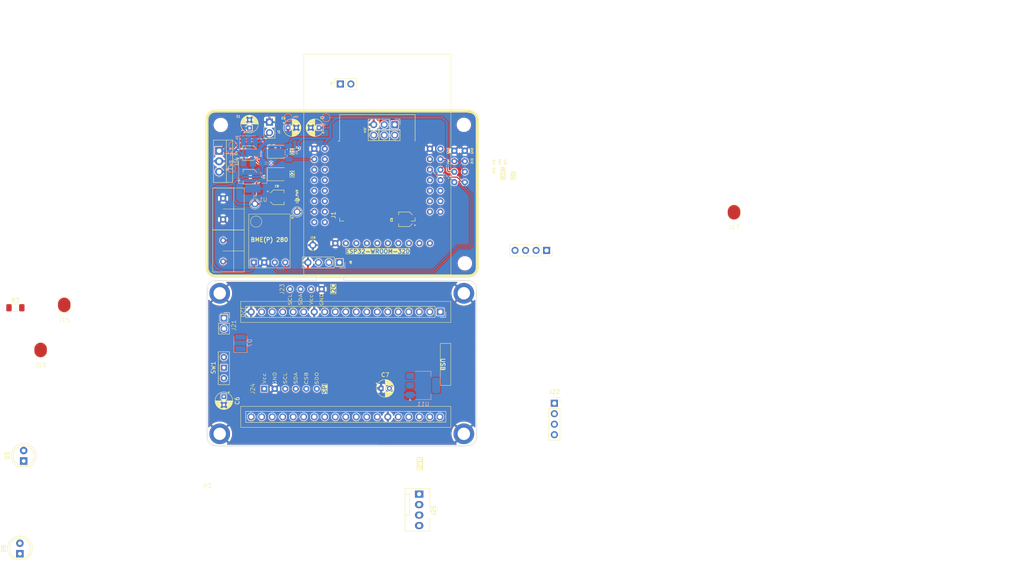
<source format=kicad_pcb>
(kicad_pcb (version 20240108) (generator "pcbnew") (generator_version "8.0")
  (layers (0 "F.Cu" signal) (31 "B.Cu" signal) (34 "B.Paste" user) (35 "F.Paste" user) (36 "B.SilkS" user "B.Silkscreen") (37 "F.SilkS" user "F.Silkscreen") (38 "B.Mask" user) (39 "F.Mask" user) (44 "Edge.Cuts" user))
  (net 0 "")
  (net 1 "GND")
  (net 2 "+3V3")
  (net 3 "+5V")
  (net 4 "/RXD")
  (net 5 "/TXD")
  (net 6 "/SDA")
  (net 7 "/GPIO_33")
  (net 8 "/SCL")
  (net 9 "/OUT3")
  (net 10 "/EN")
  (net 11 "/SOURCE2")
  (net 12 "/SOURCE1")
  (net 13 "/SOURCE3")
  (net 14 "/VDC")
  (net 15 "/DAC1")
  (net 16 "/DAC2")
  (net 17 "/GPIO39")
  (net 18 "/GPIO19")
  (net 19 "/GPIO17")
  (net 20 "/GPIO5")
  (net 21 "/GPIO18")
  (net 22 "/SD_DATA0")
  (net 23 "/ADC2_CH3")
  (net 24 "/SD_DATA3")
  (net 25 "/SD_CMD")
  (net 26 "/SD_CLK")
  (net 27 "/SD_DATA2")
  (net 28 "/SD_DATA1")
  (net 29 "/ADC2_CH0")
  (net 30 "/GPIO23")
  (net 31 "/GPIO36")
  (net 32 "/ADC2_CH2")
  (net 33 "/BOOT")
  (net 34 "/GPIO13")
  (net 35 "/SOURCE4")
  (net 36 "/SOURCE5")
  (net 37 "/SIPO_DATA")
  (net 38 "/SIPO_CLK")
  (net 39 "/SIPO_LATCH")
  (net 40 "/GPIO14")
  (net 41 "/OUT1")
  (net 42 "/VIN")
  (net 43 "Net-(D5-Pad1)")
  (net 44 "Net-(J15-Pin_1)")
  (net 45 "Net-(J19-Pin_1)")
  (net 46 "/OUT2")
  (net 58 "/ESP32-WROOM-32U Node/VIN")
  (net 63 "/ESP32-WROOM-32U Node/VDC")
  (net 74 "/ESP32-WROOM-32U Node/SPI-SDO")
  (net 75 "/ESP32-WROOM-32U Node/TX")
  (net 76 "Net-(J21-Pin_1)")
  (net 77 "/ESP32-WROOM-32U Node/SDA-2")
  (net 78 "/ESP32-WROOM-32U Node/SPI-CSB")
  (net 79 "/ESP32-WROOM-32U Node/SPI-SCL")
  (net 80 "/ESP32-WROOM-32U Node/SCL-2")
  (net 81 "/ESP32-WROOM-32U Node/RX")
  (net 82 "Net-(D7-A)")
  (net 83 "/ESP32-WROOM-32U Node/SPI-SDA")
  (net 85 "/ESP32-WROOM-32U Node/12V")
  (footprint "Capacitor_THT:CP_Radial_D4.0mm_P2.00mm" (layer "F.Cu") (at 107 44.2 180)
    (property "Reference" "C2")
    (property "Value" "1uF")
  )
  (footprint "LED_SMD:LED_1210_3225Metric_Pad1.42x2.65mm_HandSolder" (layer "F.Cu") (at 97 55.45)
    (property "Reference" "D2")
    (property "Value" "STATUS")
  )
  (footprint "Alexander Footprint Library:Board_65-40" (layer "F.Cu") (at 80 131.25)
    (property "Reference" "H3")
    (property "Value" "Project_Box_Board_65x40")
    (fp_line (start 0 -13) (end 0 -47) (stroke (width 0.05)) (layer "Edge.Cuts"))
    (fp_line (start 3 -50) (end 62 -50) (stroke (width 0.05)) (layer "Edge.Cuts"))
    (fp_line (start 62 -10) (end 3 -10) (stroke (width 0.05)) (layer "Edge.Cuts"))
    (fp_line (start 65 -47) (end 65 -13) (stroke (width 0.05)) (layer "Edge.Cuts"))
    (fp_arc (start 0 -47) (mid 0.87868 -49.12132) (end 3 -50) (stroke (width 0.05)) (layer "Edge.Cuts"))
    (fp_arc (start 3 -10) (mid 0.87868 -10.87868) (end 0 -13) (stroke (width 0.05)) (layer "Edge.Cuts"))
    (fp_arc (start 62 -50) (mid 64.12132 -49.12132) (end 65 -47) (stroke (width 0.05)) (layer "Edge.Cuts"))
    (fp_arc (start 65 -13) (mid 64.12132 -10.87868) (end 62 -10) (stroke (width 0.05)) (layer "Edge.Cuts"))
  )
  (footprint "Capacitor_SMD:CP_Elec_3x5.3" (layer "F.Cu") (at 90.3 50.35 180)
    (property "Reference" "C4")
    (property "Value" "0.1uF")
  )
  (footprint "Resistor_SMD:R_1206_3216Metric_Pad1.30x1.75mm_HandSolder" (layer "F.Cu") (at 33.612 87.7585)
    (property "Reference" "R7")
    (property "Value" "4K7")
  )
  (footprint "LED_THT:LED_D5.0mm" (layer "F.Cu") (at 34.7 147.25 90)
    (property "Reference" "D6")
    (property "Value" "LED_STATUS")
  )
  (footprint "Connector_PinSocket_2.54mm:PinSocket_1x04_P2.54mm_Vertical" (layer "F.Cu") (at 163.88 110.85)
    (property "Reference" "J22")
    (property "Value" "PWR_SATA_Conn_01x04")
  )
  (footprint "Alexander Footprint Library:Pad_1x01_P2.54_SMD" (layer "F.Cu") (at 39.712 102.098)
    (property "Reference" "J19")
    (property "Value" "LED_PWR")
  )
  (footprint "Alexanddr Footprints Library:ESP32-WROOM-Adapter-Socket-2" (layer "F.Cu") (at 121.1 56.9025)
    (property "Reference" "J1")
    (property "Value" "~")
  )
  (footprint "Alexander Footprint Library:Pad_1x01_P2.54_SMD" (layer "F.Cu") (at 45.412 91.198)
    (property "Reference" "J15")
    (property "Value" "LED_PWR")
  )
  (footprint "MountingHole:MountingHole_3mm" (layer "F.Cu") (at 142 43.5)
    (property "Reference" "H1" (hide yes))
    (property "Value" "MountingHole_Pad")
  )
  (footprint "MountingHole:MountingHole_3mm" (layer "F.Cu") (at 83.25 43.53)
    (property "Reference" "H2" (hide yes))
    (property "Value" "MountingHole_Pad")
  )
  (footprint "Alexander Footprints Library:Conn_Terminal_5mm" (layer "F.Cu") (at 83.82 53.69)
    (property "Reference" "J9" (hide yes))
    (property "Value" "Conn_01x02_Socket")
  )
  (footprint "Alexander Footprint Library:Pad_1x01_P2.54_SMD" (layer "F.Cu") (at 207.3 68.7895)
    (property "Reference" "J17")
    (property "Value" "GND")
  )
  (footprint "Capacitor_THT:CP_Radial_D4.0mm_P2.00mm" (layer "F.Cu") (at 122 107.25)
    (property "Reference" "C7")
    (property "Value" "1uF")
  )
  (footprint "Connector:FanPinHeader_1x04_P2.54mm_Vertical" (layer "F.Cu") (at 131.2 132.83 -90)
    (property "Reference" "J25")
    (property "Value" "Conn_01x04_Pin")
  )
  (footprint "Capacitor_SMD:CP_Elec_3x5.3" (layer "F.Cu") (at 90.4 56.05 180)
    (property "Reference" "C9")
    (property "Value" "0.1uF")
  )
  (footprint "Alexander Footprint Library:PinSocket_1x01_P2.54" (layer "F.Cu") (at 91.5 65.19)
    (property "Reference" "J7")
    (property "Value" "LED_PWR")
  )
  (footprint "Alexander Footprint Library:Conn_SPI" (layer "F.Cu") (at 88.68 107.35 90)
    (property "Reference" "J24")
    (property "Value" "~")
  )
  (footprint "Connector_PinSocket_2.54mm:PinSocket_1x02_P2.54mm_Vertical" (layer "F.Cu") (at 95.025 42.85)
    (property "Reference" "J2")
    (property "Value" "PWR")
  )
  (footprint "Connector_PinSocket_2.54mm:PinSocket_1x04_P2.54mm_Vertical" (layer "F.Cu") (at 111.94 76.8 -90)
    (property "Reference" "J6")
    (property "Value" "SOURCE")
  )
  (footprint "Connector_PinSocket_2.54mm:PinSocket_1x04_P2.54mm_Vertical" (layer "F.Cu") (at 162 73.875 -90)
    (property "Reference" "J10" (hide yes))
    (property "Value" "ADC")
  )
  (footprint "Capacitor_SMD:CP_Elec_3x5.3" (layer "F.Cu") (at 128 66.35 180)
    (property "Reference" "C5")
    (property "Value" "0.1uF")
  )
  (footprint "Alexander Footprint Library:PinSocket_1x02_P2.54" (layer "F.Cu") (at 82.815 95.36)
    (property "Reference" "J21")
    (property "Value" "PWR")
  )
  (footprint "Capacitor_THT:CP_Radial_D4.0mm_P2.00mm" (layer "F.Cu") (at 99.5 44.2)
    (property "Reference" "C3")
    (property "Value" "1uF")
  )
  (footprint "Alexander Footprint Library:Conn_ESP32_WROOM-DevKit-38pins" (layer "F.Cu") (at 88.06 88.75 -90)
    (property "Reference" "J20")
    (property "Value" "~")
  )
  (footprint "Capacitor_SMD:CP_Elec_3x5.3" (layer "F.Cu") (at 96.8 61.05)
    (property "Reference" "C8")
    (property "Value" "10uF")
  )
  (footprint "Alexander Footprint Library:PinSocket_1x01_P2.54" (layer "F.Cu") (at 101.7 67.12)
    (property "Reference" "J18")
    (property "Value" "LED_PWR")
  )
  (footprint "Alexander Footprint Library:Conn_I2C" (layer "F.Cu") (at 115.24 83.25 -90)
    (property "Reference" "J23")
    (property "Value" "I2C")
  )
  (footprint "Capacitor_THT:CP_Radial_D4.0mm_P2.00mm" (layer "F.Cu") (at 84 109.25 -90)
    (property "Reference" "C6")
    (property "Value" "1uF")
  )
  (footprint "Connector_PinSocket_2.54mm:PinSocket_1x02_P2.54mm_Vertical" (layer "F.Cu") (at 112.15 33.625 90)
    (property "Reference" "J5")
    (property "Value" "DAC")
  )
  (footprint "Alexander Footprint Library:CONN_2x3" (layer "F.Cu") (at 130.38 43.45 -90)
    (property "Reference" "J14")
    (property "Value" "GPIO")
  )
  (footprint "Alexander Footprints Library:Conn_UART" (layer "F.Cu") (at 139.7 42.15)
    (property "Reference" "J3" (hide yes))
    (property "Value" "UART")
  )
  (footprint "Alexander Footprint Library:SW_Slide-03_7.3x2.5x2.5_P2.54mm" (layer "F.Cu") (at 84 102.25 90)
    (property "Reference" "SW1")
    (property "Value" "SW_SPDT")
  )
  (footprint "Alexander Footprint Library:PinSocket_1x01_P2.54" (layer "F.Cu") (at 105.5 75.19)
    (property "Reference" "J16")
    (property "Value" "GND")
  )
  (footprint "Capacitor_THT:CP_Radial_D4.0mm_P2.00mm" (layer "F.Cu") (at 90.2 44.3 90)
    (property "Reference" "C1")
    (property "Value" "1uF")
  )
  (footprint "Alexander Footprint Library:BME280_BMP280_I2C" (layer "F.Cu") (at 90 78.1 90)
    (property "Reference" "U7")
    (property "Value" "BME(P)280")
  )
  (footprint "Alexander Footprint Library:LD1117" (layer "F.Cu") (at 82.855 49.77 -90)
    (property "Reference" "U4")
    (property "Value" "L7805")
  )
  (footprint "Alexander Footprints Library:Conn_I2C" (layer "F.Cu") (at 142.24 42.15)
    (property "Reference" "J4" (hide yes))
    (property "Value" "I2C")
  )
  (footprint "LED_THT:LED_D5.0mm" (layer "F.Cu") (at 35.612 124.8335 90)
    (property "Reference" "D5")
    (property "Value" "LED_PWR")
  )
  (footprint "LED_SMD:LED_1210_3225Metric_Pad1.42x2.65mm_HandSolder" (layer "F.Cu") (at 97 50)
    (property "Reference" "D1")
    (property "Value" "PWR")
  )
  (footprint "MountingHole:MountingHole_3mm" (layer "F.Cu") (at 142.25 77)
    (property "Reference" "H4" (hide yes))
    (property "Value" "MountingHole_Pad")
  )
  (footprint "Alexander Footprints Library:Conn_Terminal_5mm" (layer "F.Cu") (at 83.82 63.85)
    (property "Reference" "J8" (hide yes))
    (property "Value" "Conn_01x02_Socket")
  )
  (footprint "TestPoint:TestPoint_Pad_D1.5mm" (layer "B.Cu") (at 99.5 41.75 180)
    (property "Reference" "TP4")
    (property "Value" "5V")
  )
  (footprint "TestPoint:TestPoint_Pad_D1.5mm" (layer "B.Cu") (at 108.7 41.75 180)
    (property "Reference" "TP3")
    (property "Value" "3V3")
  )
  (footprint "Diode_SMD:D_1210_3225Metric" (layer "B.Cu") (at 88 96.25 90)
    (property "Reference" "D7")
    (property "Value" "D")
  )
  (footprint "Resistor_SMD:R_1206_3216Metric_Pad1.30x1.75mm_HandSolder" (layer "B.Cu") (at 99.7 50.25 -90)
    (property "Reference" "R1")
    (property "Value" "10K")
  )
  (footprint "Diode_SMD:D_1210_3225Metric" (layer "B.Cu") (at 90.1 47.75)
    (property "Reference" "D4")
    (property "Value" "D")
  )
  (footprint "TestPoint:TestPoint_Pad_D1.5mm" (layer "B.Cu") (at 86.2 48.45 180)
    (property "Reference" "TP1")
    (property "Value" "VIN")
  )
  (footprint "TestPoint:TestPoint_Pad_D1.5mm" (layer "B.Cu") (at 85.9 54.15 180)
    (property "Reference" "TP2")
    (property "Value" "GND")
  )
  (footprint "Package_TO_SOT_SMD:SOT-223-3_TabPin2" (layer "B.Cu") (at 91 55.75 -90)
    (property "Reference" "U1")
    (property "Value" "AMS1117-3V3")
  )
  (footprint "Package_TO_SOT_SMD:SOT-223-3_TabPin2" (layer "B.Cu") (at 132.15 106.55)
    (property "Reference" "U11")
    (property "Value" "AMS1117-5.0")
  )
  (gr_line (start 145.25 42.11421) (end 145.25 78.085782) (stroke (width 0.75)) (layer "F.SilkS"))
  (gr_line (start 81.914218 40.164218) (end 143.08579 40.164218) (stroke (width 0.75)) (layer "F.SilkS"))
  (gr_arc (start 145.25 78.085782) (mid 144.66422 79.500007) (end 143.25 80.085782) (stroke (width 0.75)) (layer "F.SilkS"))
  (gr_line (start 79.914218 42.11421) (end 79.914218 78.085782) (stroke (width 0.75)) (layer "F.SilkS"))
  (gr_arc (start 81.914218 80.085782) (mid 80.499999 79.500001) (end 79.914218 78.085782) (stroke (width 0.75)) (layer "F.SilkS"))
  (gr_arc (start 143.25 40.25) (mid 144.664214 40.835786) (end 145.25 42.25) (stroke (width 0.75)) (layer "F.SilkS"))
  (gr_arc (start 79.914218 42.164218) (mid 80.499999 40.749999) (end 81.914218 40.164218) (stroke (width 0.75)) (layer "F.SilkS"))
  (gr_line (start 81.914214 80.085782) (end 143.085786 80.085782) (stroke (width 0.75)) (layer "F.SilkS"))
  (gr_line (start 82.014214 80.235786) (end 106.4 80.25) (stroke (width 0.1)) (layer "Edge.Cuts"))
  (gr_line (start 80 42.25) (end 80.014214 78.235786) (stroke (width 0.1)) (layer "Edge.Cuts"))
  (gr_arc (start 79.921321 83.157107) (mid 80.507106 81.742896) (end 81.921321 81.157107) (stroke (width 0.1)) (layer "Edge.Cuts"))
  (gr_line (start 81.921321 121.128679) (end 143.107107 121.142893) (stroke (width 0.1)) (layer "Edge.Cuts"))
  (gr_arc (start 81.921321 121.128679) (mid 80.507101 120.542899) (end 79.921321 119.128679) (stroke (width 0.1)) (layer "Edge.Cuts"))
  (gr_line (start 143.092893 81.157107) (end 113 81.15) (stroke (width 0.1)) (layer "Edge.Cuts"))
  (gr_arc (start 145.107107 119.142893) (mid 144.521321 120.557107) (end 143.107107 121.142893) (stroke (width 0.1)) (layer "Edge.Cuts"))
  (gr_line (start 106.4 81.15) (end 81.921321 81.157107) (stroke (width 0.1)) (layer "Edge.Cuts"))
  (gr_arc (start 143.185786 40.264214) (mid 144.600004 40.849996) (end 145.185786 42.264214) (stroke (width 0.1)) (layer "Edge.Cuts"))
  (gr_line (start 113 80.25) (end 143.185786 80.235786) (stroke (width 0.1)) (layer "Edge.Cuts"))
  (gr_arc (start 82.014214 80.235786) (mid 80.599996 79.650004) (end 80.014214 78.235786) (stroke (width 0.1)) (layer "Edge.Cuts"))
  (gr_line (start 145.185786 42.264214) (end 145.185786 78.235786) (stroke (width 0.1)) (layer "Edge.Cuts"))
  (gr_arc (start 80 42.25) (mid 80.585786 40.835786) (end 82 40.25) (stroke (width 0.1)) (layer "Edge.Cuts"))
  (gr_line (start 145.107107 119.142893) (end 145.092893 83.157107) (stroke (width 0.1)) (layer "Edge.Cuts"))
  (gr_line (start 79.921321 119.128679) (end 79.921321 83.157107) (stroke (width 0.1)) (layer "Edge.Cuts"))
  (gr_line (start 106.4 81.15) (end 106.4 80.25) (stroke (width 0.1)) (layer "Edge.Cuts"))
  (gr_arc (start 145.185786 78.235786) (mid 144.600004 79.650004) (end 143.185786 80.235786) (stroke (width 0.1)) (layer "Edge.Cuts"))
  (gr_arc (start 143.092893 81.157107) (mid 144.507112 81.742888) (end 145.092893 83.157107) (stroke (width 0.1)) (layer "Edge.Cuts"))
  (gr_line (start 113 81.15) (end 113 80.25) (stroke (width 0.1)) (layer "Edge.Cuts"))
  (gr_line (start 143.185786 40.264214) (end 82 40.25) (stroke (width 0.1)) (layer "Edge.Cuts"))
  (gr_text "PWR" (at 132 127.25 90) (layer "F.SilkS" knockout) (effects (font (size 1 1) (thickness 0.25) (bold yes)) (justify left bottom)))
  (segment (start 84.21 66) (end 83.82 66.39) (width 0.5) (layer "F.Cu") (net 1))
  (segment (start 95.5 54.8625) (end 95.5125 54.85) (width 0.25) (layer "F.Cu") (net 1))
  (segment (start 95.5 55.4625) (end 95.5125 55.45) (width 0.25) (layer "F.Cu") (net 1))
  (segment (start 91.5 59.65) (end 91.9 59.25) (width 0.5) (layer "F.Cu") (net 2))
  (segment (start 101.15 50) (end 102 49.15) (width 0.5) (layer "F.Cu") (net 2))
  (segment (start 94.63 62.62) (end 91.5 62.62) (width 0.5) (layer "F.Cu") (net 2))
  (segment (start 91.9 59.25) (end 91.9 56.05) (width 0.5) (layer "F.Cu") (net 2))
  (segment (start 98.4875 50) (end 101.15 50) (width 0.5) (layer "F.Cu") (net 2))
  (segment (start 95.3 61.05) (end 95.3 61.95) (width 0.5) (layer "F.Cu") (net 2))
  (segment (start 95.3 61.95) (end 94.63 62.62) (width 0.5) (layer "F.Cu") (net 2))
  (segment (start 91.5 62.62) (end 91.5 59.65) (width 0.5) (layer "F.Cu") (net 2))
  (via (at 102 49.15) (size 0.8) (drill 0.4) (layers "F.Cu" "B.Cu") (net 2))
  (segment (start 96.075 48.7) (end 97.525 48.7) (width 0.5) (layer "B.Cu") (net 2))
  (segment (start 108.4 49.2825) (end 108.4 47.85) (width 0.5) (layer "B.Cu") (net 2))
  (segment (start 109.408578 44.2) (end 107 44.2) (width 0.5) (layer "B.Cu") (net 2))
  (segment (start 109.5 46.75) (end 109.75 46.5) (width 0.5) (layer "B.Cu") (net 2))
  (segment (start 81.3 75.997918) (end 81.3 59.75104) (width 0.5) (layer "B.Cu") (net 2))
  (segment (start 93.3 54.905025) (end 93.3 52.6) (width 0.5) (layer "B.Cu") (net 2))
  (segment (start 100 48.7) (end 100 48.03033) (width 0.5) (layer "B.Cu") (net 2))
  (segment (start 137.9 51.55) (end 138.66 52.31) (width 0.5) (layer "B.Cu") (net 2))
  (segment (start 84.202081 78.9) (end 89.990883 78.9) (width 0.5) (layer "B.Cu") (net 2))
  (segment (start 109.75 45) (end 109.75 44.141421) (width 0.5) (layer "B.Cu") (net 2))
  (segment (start 103 46.75) (end 101.28033 46.75) (width 0.5) (layer "B.Cu") (net 2))
  (segment (start 109.75 43.858578) (end 109.75 44.141421) (width 0.5) (layer "B.Cu") (net 2))
  (segment (start 138.66 52.31) (end 139.7 52.31) (width 0.5) (layer "B.Cu") (net 2))
  (segment (start 139.7 52.31) (end 142.24 52.31) (width 0.5) (layer "B.Cu") (net 2))
  (segment (start 129.1 41.75) (end 136.8 41.75) (width 0.5) (layer "B.Cu") (net 2))
  (segment (start 112.31066 41.75) (end 129.1 41.75) (width 0.5) (layer "B.Cu") (net 2))
  (segment (start 88.207106 62.75) (end 91.5 62.75) (width 0.5) (layer "B.Cu") (net 2))
  (segment (start 86.5 61.042893) (end 86.5 57.5) (width 0.5) (layer "B.Cu") (net 2))
  (segment (start 103 46.75) (end 109.5 46.75) (width 0.5) (layer "B.Cu") (net 2))
  (segment (start 137.9 42.85) (end 137.9 51.55) (width 0.5) (layer "B.Cu") (net 2))
  (segment (start 91.22 77.670883) (end 91.22 76.8) (width 0.5) (layer "B.Cu") (net 2))
  (segment (start 89.455634 56.1) (end 92.105025 56.1) (width 0.5) (layer "B.Cu") (net 2))
  (segment (start 96.075 48.7) (end 95.177817 48.7) (width 0.5) (layer "B.Cu") (net 2))
  (segment (start 136.8 41.75) (end 137.9 42.85) (width 0.5) (layer "B.Cu") (net 2))
  (segment (start 108.4 47.85) (end 109.75 46.5) (width 0.5) (layer "B.Cu") (net 2))
  (segment (start 109.75 46.5) (end 109.75 45) (width 0.5) (layer "B.Cu") (net 2))
  (segment (start 110.015165 42.984834) (end 110.5 42.5) (width 0.5) (layer "B.Cu") (net 2))
  (segment (start 102 47.75) (end 103 46.75) (width 0.5) (layer "B.Cu") (net 2))
  (segment (start 109.75 43.858578) (end 109.75 43.625) (width 0.5) (layer "B.Cu") (net 2))
  (segment (start 93.3 52.6) (end 93.3 50.577817) (width 0.5) (layer "B.Cu") (net 2))
  (segment (start 82.75104 58.3) (end 84.144365 58.3) (width 0.5) (layer "B.Cu") (net 2))
  (segment (start 102 49.15) (end 102 47.75) (width 0.5) (layer "B.Cu") (net 2))
  (segment (start 129.3 41.75) (end 129.1 41.75) (width 0.5) (layer "B.Cu") (net 2))
  (segment (start 108.7 41.75) (end 112.31066 41.75) (width 0.5) (layer "B.Cu") (net 2))
  (segment (start 100 48.7) (end 97.525 48.7) (width 0.5) (layer "B.Cu") (net 2))
  (arc (start 93.3 54.905025) (mid 93.209037 55.362322) (end 92.95 55.75) (width 0.5) (layer "B.Cu") (net 2))
  (arc (start 86.8 57.2) (mid 85.581584 58.014119) (end 84.144365 58.3) (width 0.5) (layer "B.Cu") (net 2))
  (arc (start 89.455634 56.1) (mid 88.018415 56.38588) (end 86.8 57.2) (width 0.5) (layer "B.Cu") (net 2))
  (arc (start 86.5 61.042893) (mid 86.629945 61.696174) (end 87 62.25) (width 0.5) (layer "B.Cu") (net 2))
  (arc (start 82.75104 58.3) (mid 82.195751 58.410453) (end 81.725 58.725) (width 0.5) (layer "B.Cu") (net 2))
  (arc (start 92.95 55.75) (mid 92.562322 56.009037) (end 92.105025 56.1) (width 0.5) (layer "B.Cu") (net 2))
  (arc (start 109.75 43.625) (mid 109.818914 43.278544) (end 110.015165 42.984834) (width 0.5) (layer "B.Cu") (net 2))
  (arc (start 95.177817 48.7) (mid 94.459207 48.84294) (end 93.85 49.25) (width 0.5) (layer "B.Cu") (net 2))
  (arc (start 82.15 78.05) (mid 83.091502 78.679092) (end 84.202081 78.9) (width 0.5) (layer "B.Cu") (net 2))
  (arc (start 109.75 44.141421) (mid 109.713838 44.087301) (end 109.65 44.1) (width 0.5) (layer "B.Cu") (net 2))
  (arc (start 93.85 49.25) (mid 93.44294 49.859207) (end 93.3 50.577817) (width 0.5) (layer "B.Cu") (net 2))
  (arc (start 90.86 78.54) (mid 90.461245 78.806439) (end 89.990883 78.9) (width 0.5) (layer "B.Cu") (net 2))
  (arc (start 109.65 44.1) (mid 109.539234 44.17401) (end 109.408578 44.2) (width 0.5) (layer "B.Cu") (net 2))
  (arc (start 87 62.25) (mid 87.553825 62.620054) (end 88.207106 62.75) (width 0.5) (layer "B.Cu") (net 2))
  (arc (start 81.725 58.725) (mid 81.410453 59.195751) (end 81.3 59.75104) (width 0.5) (layer "B.Cu") (net 2))
  (arc (start 101.28033 46.75) (mid 100.790368 46.847459) (end 100.375 47.125) (width 0.5) (layer "B.Cu") (net 2))
  (arc (start 91.22 77.670883) (mid 91.126439 78.141245) (end 90.86 78.54) (width 0.5) (layer "B.Cu") (net 2))
  (arc (start 110.5 42.5) (mid 111.330737 41.944918) (end 112.31066 41.75) (width 0.5) (layer "B.Cu") (net 2))
  (arc (start 109.65 44.1) (mid 109.72401 43.989234) (end 109.75 43.858578) (width 0.5) (layer "B.Cu") (net 2))
  (arc (start 100.375 47.125) (mid 100.097459 47.540368) (end 100 48.03033) (width 0.5) (layer "B.Cu") (net 2))
  (arc (start 81.3 75.997918) (mid 81.520907 77.108496) (end 82.15 78.05) (width 0.5) (layer "B.Cu") (net 2))
  (segment (start 99.5 45.693413) (end 99.5 44.2) (width 0.5) (layer "F.Cu") (net 3))
  (segment (start 98.6375 46.9625) (end 99.2125 46.3875) (width 0.5) (layer "F.Cu") (net 3))
  (segment (start 88.1 47.25) (end 97.943413 47.25) (width 0.5) (layer "F.Cu") (net 3))
  (segment (start 84.9 54.85) (end 85.4 54.35) (width 0.5) (layer "F.Cu") (net 3))
  (segment (start 85.4 54.35) (end 85.4 49.95) (width 0.5) (layer "F.Cu") (net 3))
  (segment (start 82.855 54.85) (end 84.9 54.85) (width 0.5) (layer "F.Cu") (net 3))
  (segment (start 85.4 49.95) (end 88.1 47.25) (width 0.5) (layer "F.Cu") (net 3))
  (arc (start 97.943413 47.25) (mid 98.31905 47.175281) (end 98.6375 46.9625) (width 0.5) (layer "F.Cu") (net 3))
  (arc (start 99.5 45.693413) (mid 99.425281 46.06905) (end 99.2125 46.3875) (width 0.5) (layer "F.Cu") (net 3))
  (segment (start 99.5 42.25) (end 99.5 44.2) (width 0.25) (layer "B.Cu") (net 3))
  (segment (start 139.7 57.35) (end 139.7 57.39) (width 0.25) (layer "F.Cu") (net 4))
  (segment (start 140.3 57.45) (end 139.3 57.45) (width 0.25) (layer "F.Cu") (net 4))
  (segment (start 139.04 57.39) (end 139.7 57.39) (width 0.25) (layer "F.Cu") (net 4))
  (segment (start 137.96 55.65) (end 139.7 57.39) (width 0.25) (layer "B.Cu") (net 4))
  (segment (start 133.8 54.3625) (end 135.0875 55.65) (width 0.25) (layer "B.Cu") (net 4))
  (segment (start 135.0875 55.65) (end 137.96 55.65) (width 0.25) (layer "B.Cu") (net 4))
  (segment (start 138 52.25) (end 137.5725 51.8225) (width 0.25) (layer "F.Cu") (net 5))
  (segment (start 139.7 54.85) (end 138.3 54.85) (width 0.25) (layer "F.Cu") (net 5))
  (segment (start 137.5725 51.8225) (end 136.34 51.8225) (width 0.25) (layer "F.Cu") (net 5))
  (segment (start 138 54.55) (end 138 52.25) (width 0.25) (layer "F.Cu") (net 5))
  (segment (start 138.3 54.85) (end 138 54.55) (width 0.25) (layer "F.Cu") (net 5))
  (segment (start 139.7 54.85) (end 139.5 54.85) (width 0.25) (layer "F.Cu") (net 5))
  (segment (start 142.24 54.85) (end 142.24 55.51) (width 0.25) (layer "F.Cu") (net 6))
  (segment (start 98.84 76.8) (end 98.84 78.09) (width 0.25) (layer "B.Cu") (net 6))
  (segment (start 141 57.95) (end 141 56.09) (width 0.25) (layer "B.Cu") (net 6))
  (segment (start 140.990501 53.600501) (end 142.24 54.85) (width 0.25) (layer "B.Cu") (net 6))
  (segment (start 136.34 54.3625) (end 137.101999 53.600501) (width 0.25) (layer "B.Cu") (net 6))
  (segment (start 143.281802 72.781802) (end 143.55 72.513604) (width 0.25) (layer "B.Cu") (net 6))
  (segment (start 99.4 78.65) (end 130.7 78.65) (width 0.25) (layer "B.Cu") (net 6))
  (segment (start 130.7 78.65) (end 134.55 78.65) (width 0.25) (layer "B.Cu") (net 6))
  (segment (start 143.55 72.513604) (end 143.55 60.5) (width 0.25) (layer "B.Cu") (net 6))
  (segment (start 143.55 60.5) (end 141 57.95) (width 0.25) (layer "B.Cu") (net 6))
  (segment (start 140.418198 72.781802) (end 143.281802 72.781802) (width 0.25) (layer "B.Cu") (net 6))
  (segment (start 98.84 78.09) (end 99.4 78.65) (width 0.25) (layer "B.Cu") (net 6))
  (segment (start 141 56.09) (end 142.24 54.85) (width 0.25) (layer "B.Cu") (net 6))
  (segment (start 137.101999 53.600501) (end 140.990501 53.600501) (width 0.25) (layer "B.Cu") (net 6))
  (segment (start 134.55 78.65) (end 140.418198 72.781802) (width 0.25) (layer "B.Cu") (net 6))
  (segment (start 135.1 55.15) (end 135.6 55.65) (width 0.25) (layer "F.Cu") (net 8))
  (segment (start 133.8 51.8225) (end 135.1 53.1225) (width 0.25) (layer "F.Cu") (net 8))
  (segment (start 141.603604 57.39) (end 142.24 57.39) (width 0.25) (layer "F.Cu") (net 8))
  (segment (start 137.3 55.65) (end 137.8 56.15) (width 0.25) (layer "F.Cu") (net 8))
  (segment (start 135.1 53.1225) (end 135.1 55.15) (width 0.25) (layer "F.Cu") (net 8))
  (segment (start 135.6 55.65) (end 137.3 55.65) (width 0.25) (layer "F.Cu") (net 8))
  (segment (start 140.363604 56.15) (end 141.603604 57.39) (width 0.25) (layer "F.Cu") (net 8))
  (segment (start 137.8 56.15) (end 140.363604 56.15) (width 0.25) (layer "F.Cu") (net 8))
  (segment (start 142.24 58.553604) (end 142.24 57.39) (width 0.25) (layer "B.Cu") (net 8))
  (segment (start 144 72.7) (end 144 60.313604) (width 0.25) (layer "B.Cu") (net 8))
  (segment (start 134.8 79.1) (end 140.6 73.3) (width 0.25) (layer "B.Cu") (net 8))
  (segment (start 140.6 73.3) (end 143.4 73.3) (width 0.25) (layer "B.Cu") (net 8))
  (segment (start 96.3 76.8) (end 96.3 78.45) (width 0.25) (layer "B.Cu") (net 8))
  (segment (start 143.4 73.3) (end 144 72.7) (width 0.25) (layer "B.Cu") (net 8))
  (segment (start 96.3 78.45) (end 96.95 79.1) (width 0.25) (layer "B.Cu") (net 8))
  (segment (start 144 60.313604) (end 142.24 58.553604) (width 0.25) (layer "B.Cu") (net 8))
  (segment (start 96.95 79.1) (end 134.8 79.1) (width 0.25) (layer "B.Cu") (net 8))
  (segment (start 92.3 52.75) (end 91.8 52.25) (width 0.25) (layer "F.Cu") (net 10))
  (segment (start 91.8 52.25) (end 91.8 50.35) (width 0.25) (layer "F.Cu") (net 10))
  (segment (start 95.4 52.75) (end 92.3 52.75) (width 0.25) (layer "F.Cu") (net 10))
  (via (at 95.4 52.75) (size 0.8) (drill 0.4) (layers "F.Cu" "B.Cu") (net 10))
  (segment (start 95.4 52.75) (end 96.7 52.75) (width 0.25) (layer "B.Cu") (net 10))
  (segment (start 101.4 51.8) (end 101.45 51.8) (width 0.25) (layer "B.Cu") (net 10))
  (segment (start 105.86 51.8225) (end 101.4225 51.8225) (width 0.25) (layer "B.Cu") (net 10))
  (segment (start 99.7 51.8) (end 101.4 51.8) (width 0.25) (layer "B.Cu") (net 10))
  (segment (start 97.65 51.8) (end 99.7 51.8) (width 0.25) (layer "B.Cu") (net 10))
  (segment (start 101.4225 51.8225) (end 101.4 51.8) (width 0.25) (layer "B.Cu") (net 10))
  (segment (start 96.7 52.75) (end 97.65 51.8) (width 0.25) (layer "B.Cu") (net 10))
  (segment (start 86.37 71.47) (end 88 73.1) (width 0.5) (layer "F.Cu") (net 11))
  (segment (start 88 73.1) (end 99 73.1) (width 0.5) (layer "F.Cu") (net 11))
  (segment (start 83.82 71.47) (end 86.37 71.47) (width 0.5) (layer "F.Cu") (net 11))
  (segment (start 86.275 76.55) (end 88.075 74.75) (width 0.5) (layer "F.Cu") (net 12))
  (segment (start 83.82 76.55) (end 86.275 76.55) (width 0.5) (layer "F.Cu") (net 12))
  (segment (start 88.075 74.75) (end 99.75 74.75) (width 0.5) (layer "F.Cu") (net 12))
  (segment (start 95.025 45.425) (end 92.7 47.75) (width 0.5) (layer "B.Cu") (net 14))
  (segment (start 92.7 47.75) (end 91.5 47.75) (width 0.5) (layer "B.Cu") (net 14))
  (segment (start 95.025 45.39) (end 95.025 45.425) (width 0.5) (layer "B.Cu") (net 14))
  (segment (start 129.5 66.35) (end 134.5125 66.35) (width 0.25) (layer "F.Cu") (net 33))
  (segment (start 134.5125 66.35) (end 136.34 64.5225) (width 0.25) (layer "F.Cu") (net 33))
  (segment (start 101.7 56.05) (end 101.1 55.45) (width 0.25) (layer "F.Cu") (net 40))
  (segment (start 101.7 64.55) (end 105.8325 64.55) (width 0.25) (layer "F.Cu") (net 40))
  (segment (start 105.8325 64.55) (end 105.86 64.5225) (width 0.25) (layer "F.Cu") (net 40))
  (segment (start 101.1 55.45) (end 98.4875 55.45) (width 0.25) (layer "F.Cu") (net 40))
  (segment (start 101.7 64.55) (end 101.7 56.05) (width 0.25) (layer "F.Cu") (net 40))
  (segment (start 82.98 49.77) (end 82.855 49.77) (width 0.5) (layer "F.Cu") (net 42))
  (segment (start 90.2 44.3) (end 88.45 44.3) (width 0.5) (layer "F.Cu") (net 42))
  (segment (start 88.45 44.3) (end 82.98 49.77) (width 0.5) (layer "F.Cu") (net 42))
  (segment (start 88.7 50.546446) (end 88.7 51.253553) (width 0.5) (layer "B.Cu") (net 42))
  (segment (start 88.7 45.153553) (end 88.7 47.4) (width 0.5) (layer "B.Cu") (net 42))
  (segment (start 86.2 49.11) (end 86.2 48.45) (width 0.25) (layer "B.Cu") (net 42))
  (segment (start 88.45 50.65) (end 88.2 50.4) (width 0.5) (layer "B.Cu") (net 42))
  (segment (start 88.7 50.546446) (end 88.7 47.4) (width 0.5) (layer "B.Cu") (net 42))
  (segment (start 88.45 50.65) (end 88.054368 50.254368) (width 0.5) (layer "B.Cu") (net 42))
  (segment (start 89.553553 44.3) (end 90.2 44.3) (width 0.5) (layer "B.Cu") (net 42))
  (segment (start 88.7 51.253553) (end 88.7 52.6) (width 0.5) (layer "B.Cu") (net 42))
  (segment (start 86.86 49.77) (end 85.54 49.77) (width 0.5) (layer "B.Cu") (net 42))
  (segment (start 86.885 49.77) (end 86.86 49.77) (width 0.5) (layer "B.Cu") (net 42))
  (segment (start 85.54 49.77) (end 82.855 49.77) (width 0.5) (layer "B.Cu") (net 42))
  (arc (start 89.553553 44.3) (mid 89.226912 44.364972) (end 88.95 44.55) (width 0.5) (layer "B.Cu") (net 42))
  (arc (start 86.2 49.11) (mid 86.393309 49.57669) (end 86.86 49.77) (width 0.25) (layer "B.Cu") (net 42))
  (arc (start 88.7 51.253553) (mid 88.635027 50.926912) (end 88.45 50.65) (width 0.5) (layer "B.Cu") (net 42))
  (arc (start 88.45 50.65) (mid 88.45 50.65) (end 88.45 50.65) (width 0.5) (layer "B.Cu") (net 42))
  (arc (start 88.45 50.65) (mid 88.609596 50.681745) (end 88.7 50.546446) (width 0.5) (layer "B.Cu") (net 42))
  (arc (start 88.054368 50.254368) (mid 87.517857 49.895883) (end 86.885 49.77) (width 0.5) (layer "B.Cu") (net 42))
  (arc (start 88.95 44.55) (mid 88.764972 44.826912) (end 88.7 45.153553) (width 0.5) (layer "B.Cu") (net 42))
  (zone (net 1) (net_name "GND") (layer "F.Cu") (priority 1) (connect_pads (clearance 0)) (min_thickness 0.25) (fill yes (thermal_gap 0.5) (thermal_bridge_width 0.5))
    (polygon (pts (xy 80 40.25) (xy 80.3 80.35) (xy 145.55 80.35) (xy 145.25 40.25)))
  )
  (zone (net 1) (net_name "GND") (layer "F.Cu") (priority 2) (connect_pads (clearance 0)) (min_thickness 0.25) (fill yes (thermal_gap 0.5) (thermal_bridge_width 0.5))
    (polygon (pts (xy 79.8 121.45) (xy 145.7 121.45) (xy 145.2 80.95) (xy 79.5 80.95)))
  )
  (zone (net 1) (net_name "GND") (layer "B.Cu") (connect_pads (clearance 0)) (min_thickness 0.25) (fill yes (thermal_gap 0.5) (thermal_bridge_width 0.5))
    (polygon (pts (xy 80 40.25) (xy 145.2 40.25) (xy 145.4 80.45) (xy 80.2 80.45)))
  )
  (zone (net 1) (net_name "GND") (layer "B.Cu") (priority 3) (connect_pads (clearance 0)) (min_thickness 0.25) (fill yes (thermal_gap 0.5) (thermal_bridge_width 0.5))
    (polygon (pts (xy 145.6 121.45) (xy 145.2 80.95) (xy 79.5 80.95) (xy 79.7 121.45)))
  )
)
</source>
